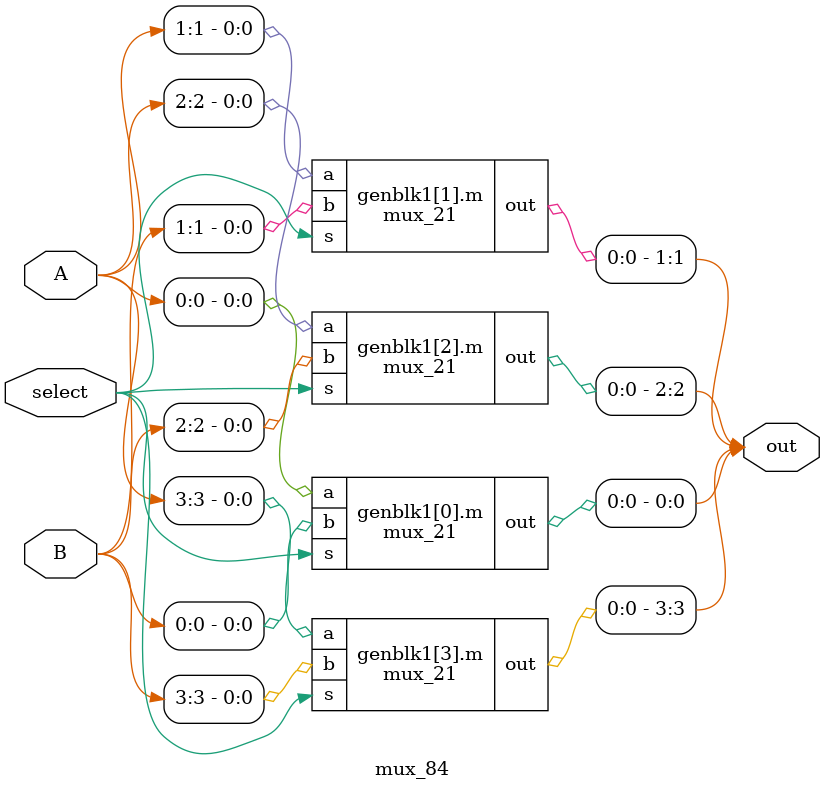
<source format=v>
module FA (input a, b, c_in, output sum, c_out);
    xor (sum, a, b, c_in);
    wire c1, c2, c3;
    and (c1, a, b); 
    and (c2, a, c_in); 
    and (c3, b, c_in);
    or (c_out, c1, c2, c3); 
endmodule


module ripple_carry_adder_4 (input [3:0] A, B, input c_in, output [3:0] sum, output c_out);
    wire c1, c2, c3;
    FA f1 (A[0], B[0], c_in, sum[0], c1);
    FA f2 (A[1], B[1], c1, sum[1], c2);
    FA f3 (A[2], B[2], c2, sum[2], c3);
    FA f4 (A[3], B[3], c3, sum[3], c_out);
endmodule


module mux_21 (input a, b, s, output out);
    wire c1, c2, s_not;
    not (s_not, s);
    and (c1, a, s_not);
    and (c2, b, s);
    or (out, c1, c2);
endmodule 


// This module selects one of two 4 bit vector
module mux_84 (input [3:0] A, B, input select, output [3:0] out);
    genvar i;
    generate
        for (i = 0; i < 4; i = i + 1) 
            mux_21 m(A[i], B[i], select, out[i]);
    endgenerate
endmodule


</source>
